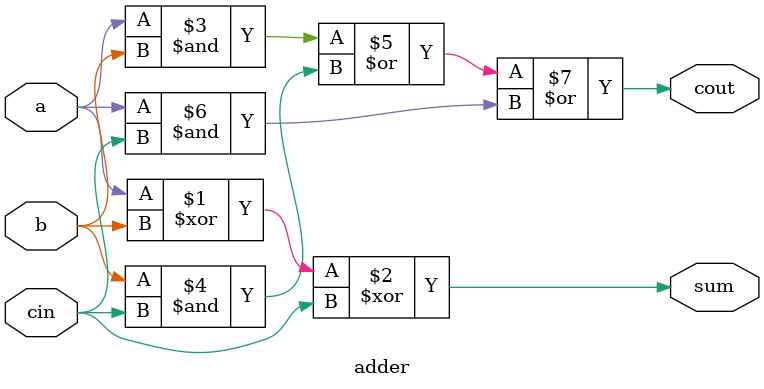
<source format=v>
module adder(
  input a,
  input b,
  input cin,
  output sum,
  output cout
);
  assign sum = a ^ b ^ cin;
  assign cout = (a & b) | (b & cin) | (a & cin);
endmodule

</source>
